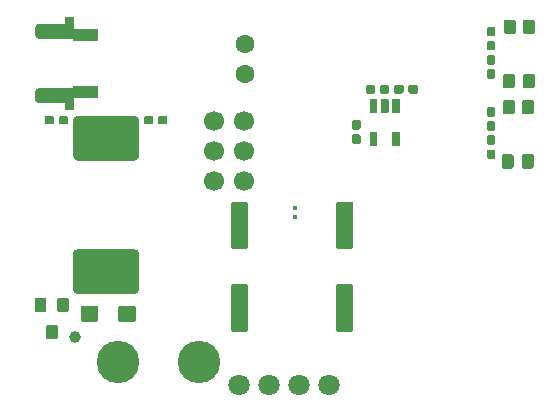
<source format=gbs>
G04 #@! TF.GenerationSoftware,KiCad,Pcbnew,(5.1.8)-1*
G04 #@! TF.CreationDate,2021-10-08T14:04:12+02:00*
G04 #@! TF.ProjectId,EMS_stimulator,454d535f-7374-4696-9d75-6c61746f722e,rev?*
G04 #@! TF.SameCoordinates,PX57bcf00PY4755b80*
G04 #@! TF.FileFunction,Soldermask,Bot*
G04 #@! TF.FilePolarity,Negative*
%FSLAX46Y46*%
G04 Gerber Fmt 4.6, Leading zero omitted, Abs format (unit mm)*
G04 Created by KiCad (PCBNEW (5.1.8)-1) date 2021-10-08 14:04:12*
%MOMM*%
%LPD*%
G01*
G04 APERTURE LIST*
%ADD10C,1.600000*%
%ADD11C,0.400000*%
%ADD12C,0.100000*%
%ADD13O,2.400000X1.200000*%
%ADD14C,1.700000*%
%ADD15C,3.600000*%
%ADD16C,1.000000*%
%ADD17C,1.800000*%
G04 APERTURE END LIST*
D10*
X18200000Y-2930000D03*
X18200000Y-5470000D03*
G36*
G01*
X28400000Y-7045000D02*
X28400000Y-6555000D01*
G75*
G02*
X28505000Y-6450000I105000J0D01*
G01*
X29095000Y-6450000D01*
G75*
G02*
X29200000Y-6555000I0J-105000D01*
G01*
X29200000Y-7045000D01*
G75*
G02*
X29095000Y-7150000I-105000J0D01*
G01*
X28505000Y-7150000D01*
G75*
G02*
X28400000Y-7045000I0J105000D01*
G01*
G37*
G36*
G01*
X29600000Y-7045000D02*
X29600000Y-6555000D01*
G75*
G02*
X29705000Y-6450000I105000J0D01*
G01*
X30295000Y-6450000D01*
G75*
G02*
X30400000Y-6555000I0J-105000D01*
G01*
X30400000Y-7045000D01*
G75*
G02*
X30295000Y-7150000I-105000J0D01*
G01*
X29705000Y-7150000D01*
G75*
G02*
X29600000Y-7045000I0J105000D01*
G01*
G37*
G36*
G01*
X27845000Y-10200000D02*
X27355000Y-10200000D01*
G75*
G02*
X27250000Y-10095000I0J105000D01*
G01*
X27250000Y-9505000D01*
G75*
G02*
X27355000Y-9400000I105000J0D01*
G01*
X27845000Y-9400000D01*
G75*
G02*
X27950000Y-9505000I0J-105000D01*
G01*
X27950000Y-10095000D01*
G75*
G02*
X27845000Y-10200000I-105000J0D01*
G01*
G37*
G36*
G01*
X27845000Y-11400000D02*
X27355000Y-11400000D01*
G75*
G02*
X27250000Y-11295000I0J105000D01*
G01*
X27250000Y-10705000D01*
G75*
G02*
X27355000Y-10600000I105000J0D01*
G01*
X27845000Y-10600000D01*
G75*
G02*
X27950000Y-10705000I0J-105000D01*
G01*
X27950000Y-11295000D01*
G75*
G02*
X27845000Y-11400000I-105000J0D01*
G01*
G37*
G36*
G01*
X16950000Y-20150000D02*
X16950000Y-16450000D01*
G75*
G02*
X17100000Y-16300000I150000J0D01*
G01*
X18300000Y-16300000D01*
G75*
G02*
X18450000Y-16450000I0J-150000D01*
G01*
X18450000Y-20150000D01*
G75*
G02*
X18300000Y-20300000I-150000J0D01*
G01*
X17100000Y-20300000D01*
G75*
G02*
X16950000Y-20150000I0J150000D01*
G01*
G37*
G36*
G01*
X16950000Y-27150000D02*
X16950000Y-23450000D01*
G75*
G02*
X17100000Y-23300000I150000J0D01*
G01*
X18300000Y-23300000D01*
G75*
G02*
X18450000Y-23450000I0J-150000D01*
G01*
X18450000Y-27150000D01*
G75*
G02*
X18300000Y-27300000I-150000J0D01*
G01*
X17100000Y-27300000D01*
G75*
G02*
X16950000Y-27150000I0J150000D01*
G01*
G37*
G36*
G01*
X9600000Y-9645000D02*
X9600000Y-9155000D01*
G75*
G02*
X9705000Y-9050000I105000J0D01*
G01*
X10295000Y-9050000D01*
G75*
G02*
X10400000Y-9155000I0J-105000D01*
G01*
X10400000Y-9645000D01*
G75*
G02*
X10295000Y-9750000I-105000J0D01*
G01*
X9705000Y-9750000D01*
G75*
G02*
X9600000Y-9645000I0J105000D01*
G01*
G37*
G36*
G01*
X10800000Y-9645000D02*
X10800000Y-9155000D01*
G75*
G02*
X10905000Y-9050000I105000J0D01*
G01*
X11495000Y-9050000D01*
G75*
G02*
X11600000Y-9155000I0J-105000D01*
G01*
X11600000Y-9645000D01*
G75*
G02*
X11495000Y-9750000I-105000J0D01*
G01*
X10905000Y-9750000D01*
G75*
G02*
X10800000Y-9645000I0J105000D01*
G01*
G37*
G36*
G01*
X2000000Y-9155000D02*
X2000000Y-9645000D01*
G75*
G02*
X1895000Y-9750000I-105000J0D01*
G01*
X1305000Y-9750000D01*
G75*
G02*
X1200000Y-9645000I0J105000D01*
G01*
X1200000Y-9155000D01*
G75*
G02*
X1305000Y-9050000I105000J0D01*
G01*
X1895000Y-9050000D01*
G75*
G02*
X2000000Y-9155000I0J-105000D01*
G01*
G37*
G36*
G01*
X3200000Y-9155000D02*
X3200000Y-9645000D01*
G75*
G02*
X3095000Y-9750000I-105000J0D01*
G01*
X2505000Y-9750000D01*
G75*
G02*
X2400000Y-9645000I0J105000D01*
G01*
X2400000Y-9155000D01*
G75*
G02*
X2505000Y-9050000I105000J0D01*
G01*
X3095000Y-9050000D01*
G75*
G02*
X3200000Y-9155000I0J-105000D01*
G01*
G37*
G36*
G01*
X27350000Y-16450000D02*
X27350000Y-20150000D01*
G75*
G02*
X27200000Y-20300000I-150000J0D01*
G01*
X26000000Y-20300000D01*
G75*
G02*
X25850000Y-20150000I0J150000D01*
G01*
X25850000Y-16450000D01*
G75*
G02*
X26000000Y-16300000I150000J0D01*
G01*
X27200000Y-16300000D01*
G75*
G02*
X27350000Y-16450000I0J-150000D01*
G01*
G37*
G36*
G01*
X27350000Y-23450000D02*
X27350000Y-27150000D01*
G75*
G02*
X27200000Y-27300000I-150000J0D01*
G01*
X26000000Y-27300000D01*
G75*
G02*
X25850000Y-27150000I0J150000D01*
G01*
X25850000Y-23450000D01*
G75*
G02*
X26000000Y-23300000I150000J0D01*
G01*
X27200000Y-23300000D01*
G75*
G02*
X27350000Y-23450000I0J-150000D01*
G01*
G37*
G36*
G01*
X5750000Y-25240000D02*
X5750000Y-26360000D01*
G75*
G02*
X5610000Y-26500000I-140000J0D01*
G01*
X4390000Y-26500000D01*
G75*
G02*
X4250000Y-26360000I0J140000D01*
G01*
X4250000Y-25240000D01*
G75*
G02*
X4390000Y-25100000I140000J0D01*
G01*
X5610000Y-25100000D01*
G75*
G02*
X5750000Y-25240000I0J-140000D01*
G01*
G37*
G36*
G01*
X8950000Y-25240000D02*
X8950000Y-26360000D01*
G75*
G02*
X8810000Y-26500000I-140000J0D01*
G01*
X7590000Y-26500000D01*
G75*
G02*
X7450000Y-26360000I0J140000D01*
G01*
X7450000Y-25240000D01*
G75*
G02*
X7590000Y-25100000I140000J0D01*
G01*
X8810000Y-25100000D01*
G75*
G02*
X8950000Y-25240000I0J-140000D01*
G01*
G37*
D11*
X22400000Y-17600000D03*
X22400000Y-16800000D03*
G36*
G01*
X30625000Y-11535000D02*
X30625000Y-10465000D01*
G75*
G02*
X30690000Y-10400000I65000J0D01*
G01*
X31210000Y-10400000D01*
G75*
G02*
X31275000Y-10465000I0J-65000D01*
G01*
X31275000Y-11535000D01*
G75*
G02*
X31210000Y-11600000I-65000J0D01*
G01*
X30690000Y-11600000D01*
G75*
G02*
X30625000Y-11535000I0J65000D01*
G01*
G37*
G36*
G01*
X28725000Y-11535000D02*
X28725000Y-10465000D01*
G75*
G02*
X28790000Y-10400000I65000J0D01*
G01*
X29310000Y-10400000D01*
G75*
G02*
X29375000Y-10465000I0J-65000D01*
G01*
X29375000Y-11535000D01*
G75*
G02*
X29310000Y-11600000I-65000J0D01*
G01*
X28790000Y-11600000D01*
G75*
G02*
X28725000Y-11535000I0J65000D01*
G01*
G37*
G36*
G01*
X30625000Y-8735000D02*
X30625000Y-7665000D01*
G75*
G02*
X30690000Y-7600000I65000J0D01*
G01*
X31210000Y-7600000D01*
G75*
G02*
X31275000Y-7665000I0J-65000D01*
G01*
X31275000Y-8735000D01*
G75*
G02*
X31210000Y-8800000I-65000J0D01*
G01*
X30690000Y-8800000D01*
G75*
G02*
X30625000Y-8735000I0J65000D01*
G01*
G37*
G36*
G01*
X29675000Y-8735000D02*
X29675000Y-7665000D01*
G75*
G02*
X29740000Y-7600000I65000J0D01*
G01*
X30260000Y-7600000D01*
G75*
G02*
X30325000Y-7665000I0J-65000D01*
G01*
X30325000Y-8735000D01*
G75*
G02*
X30260000Y-8800000I-65000J0D01*
G01*
X29740000Y-8800000D01*
G75*
G02*
X29675000Y-8735000I0J65000D01*
G01*
G37*
G36*
G01*
X28725000Y-8735000D02*
X28725000Y-7665000D01*
G75*
G02*
X28790000Y-7600000I65000J0D01*
G01*
X29310000Y-7600000D01*
G75*
G02*
X29375000Y-7665000I0J-65000D01*
G01*
X29375000Y-8735000D01*
G75*
G02*
X29310000Y-8800000I-65000J0D01*
G01*
X28790000Y-8800000D01*
G75*
G02*
X28725000Y-8735000I0J65000D01*
G01*
G37*
D12*
G36*
X3655000Y-7550000D02*
G01*
X3655000Y-8500000D01*
X3654904Y-8500975D01*
X3654619Y-8501913D01*
X3654157Y-8502778D01*
X3653536Y-8503536D01*
X3652778Y-8504157D01*
X3651913Y-8504619D01*
X3650975Y-8504904D01*
X3650000Y-8505000D01*
X2950000Y-8505000D01*
X2949025Y-8504904D01*
X2948087Y-8504619D01*
X2947222Y-8504157D01*
X2946464Y-8503536D01*
X2945843Y-8502778D01*
X2945381Y-8501913D01*
X2945096Y-8500975D01*
X2945000Y-8500000D01*
X2945000Y-7980000D01*
X800000Y-7980000D01*
X799762Y-7979994D01*
X757762Y-7977994D01*
X757293Y-7977950D01*
X736293Y-7974950D01*
X736019Y-7974903D01*
X716019Y-7970903D01*
X715842Y-7970864D01*
X694842Y-7965864D01*
X694563Y-7965789D01*
X674563Y-7959789D01*
X674271Y-7959692D01*
X655271Y-7952692D01*
X655143Y-7952642D01*
X635143Y-7944642D01*
X634860Y-7944519D01*
X615860Y-7935519D01*
X615572Y-7935371D01*
X597572Y-7925371D01*
X597393Y-7925266D01*
X579393Y-7914266D01*
X579284Y-7914198D01*
X562284Y-7903198D01*
X561963Y-7902972D01*
X544963Y-7889972D01*
X544707Y-7889763D01*
X528707Y-7875763D01*
X528588Y-7875655D01*
X513588Y-7861655D01*
X513345Y-7861412D01*
X499345Y-7846412D01*
X499237Y-7846293D01*
X485237Y-7830293D01*
X485028Y-7830037D01*
X472028Y-7813037D01*
X471802Y-7812716D01*
X460802Y-7795716D01*
X460734Y-7795607D01*
X449734Y-7777607D01*
X449629Y-7777428D01*
X439629Y-7759428D01*
X439481Y-7759140D01*
X430481Y-7740140D01*
X430358Y-7739857D01*
X422358Y-7719857D01*
X422308Y-7719729D01*
X415308Y-7700729D01*
X415211Y-7700437D01*
X409211Y-7680437D01*
X409136Y-7680158D01*
X404136Y-7659158D01*
X404097Y-7658981D01*
X400097Y-7638981D01*
X400050Y-7638707D01*
X397050Y-7617707D01*
X397006Y-7617238D01*
X395006Y-7575238D01*
X395000Y-7575000D01*
X395000Y-7075000D01*
X395006Y-7074762D01*
X397006Y-7032762D01*
X397050Y-7032293D01*
X400050Y-7011293D01*
X400097Y-7011019D01*
X404097Y-6991019D01*
X404136Y-6990842D01*
X409136Y-6969842D01*
X409211Y-6969563D01*
X415211Y-6949563D01*
X415308Y-6949271D01*
X422308Y-6930271D01*
X422358Y-6930143D01*
X430358Y-6910143D01*
X430481Y-6909860D01*
X439481Y-6890860D01*
X439629Y-6890572D01*
X449629Y-6872572D01*
X449734Y-6872393D01*
X460734Y-6854393D01*
X460802Y-6854284D01*
X471802Y-6837284D01*
X472028Y-6836963D01*
X485028Y-6819963D01*
X485237Y-6819707D01*
X499237Y-6803707D01*
X499345Y-6803588D01*
X513345Y-6788588D01*
X513588Y-6788345D01*
X528588Y-6774345D01*
X528707Y-6774237D01*
X544707Y-6760237D01*
X544963Y-6760028D01*
X561963Y-6747028D01*
X562284Y-6746802D01*
X579284Y-6735802D01*
X579393Y-6735734D01*
X597393Y-6724734D01*
X597572Y-6724629D01*
X615572Y-6714629D01*
X615860Y-6714481D01*
X634860Y-6705481D01*
X635143Y-6705358D01*
X655143Y-6697358D01*
X655271Y-6697308D01*
X674271Y-6690308D01*
X674563Y-6690211D01*
X694563Y-6684211D01*
X694842Y-6684136D01*
X715842Y-6679136D01*
X716019Y-6679097D01*
X736019Y-6675097D01*
X736293Y-6675050D01*
X757293Y-6672050D01*
X757762Y-6672006D01*
X799762Y-6670006D01*
X800000Y-6670000D01*
X3580000Y-6670000D01*
X3580000Y-6500000D01*
X5680000Y-6500000D01*
X5680000Y-7550000D01*
X3655000Y-7550000D01*
G37*
G36*
X3580000Y-2700000D02*
G01*
X3580000Y-2530000D01*
X800000Y-2530000D01*
X799762Y-2529994D01*
X757762Y-2527994D01*
X757293Y-2527950D01*
X736293Y-2524950D01*
X736019Y-2524903D01*
X716019Y-2520903D01*
X715842Y-2520864D01*
X694842Y-2515864D01*
X694563Y-2515789D01*
X674563Y-2509789D01*
X674271Y-2509692D01*
X655271Y-2502692D01*
X655143Y-2502642D01*
X635143Y-2494642D01*
X634860Y-2494519D01*
X615860Y-2485519D01*
X615572Y-2485371D01*
X597572Y-2475371D01*
X597393Y-2475266D01*
X579393Y-2464266D01*
X579284Y-2464198D01*
X562284Y-2453198D01*
X561963Y-2452972D01*
X544963Y-2439972D01*
X544707Y-2439763D01*
X528707Y-2425763D01*
X528588Y-2425655D01*
X513588Y-2411655D01*
X513345Y-2411412D01*
X499345Y-2396412D01*
X499237Y-2396293D01*
X485237Y-2380293D01*
X485028Y-2380037D01*
X472028Y-2363037D01*
X471802Y-2362716D01*
X460802Y-2345716D01*
X460734Y-2345607D01*
X449734Y-2327607D01*
X449629Y-2327428D01*
X439629Y-2309428D01*
X439481Y-2309140D01*
X430481Y-2290140D01*
X430358Y-2289857D01*
X422358Y-2269857D01*
X422308Y-2269729D01*
X415308Y-2250729D01*
X415211Y-2250437D01*
X409211Y-2230437D01*
X409136Y-2230158D01*
X404136Y-2209158D01*
X404097Y-2208981D01*
X400097Y-2188981D01*
X400050Y-2188707D01*
X397050Y-2167707D01*
X397006Y-2167238D01*
X395006Y-2125238D01*
X395000Y-2125000D01*
X395000Y-1625000D01*
X395006Y-1624762D01*
X397006Y-1582762D01*
X397050Y-1582293D01*
X400050Y-1561293D01*
X400097Y-1561019D01*
X404097Y-1541019D01*
X404136Y-1540842D01*
X409136Y-1519842D01*
X409211Y-1519563D01*
X415211Y-1499563D01*
X415308Y-1499271D01*
X422308Y-1480271D01*
X422358Y-1480143D01*
X430358Y-1460143D01*
X430481Y-1459860D01*
X439481Y-1440860D01*
X439629Y-1440572D01*
X449629Y-1422572D01*
X449734Y-1422393D01*
X460734Y-1404393D01*
X460802Y-1404284D01*
X471802Y-1387284D01*
X472028Y-1386963D01*
X485028Y-1369963D01*
X485237Y-1369707D01*
X499237Y-1353707D01*
X499345Y-1353588D01*
X513345Y-1338588D01*
X513588Y-1338345D01*
X528588Y-1324345D01*
X528707Y-1324237D01*
X544707Y-1310237D01*
X544963Y-1310028D01*
X561963Y-1297028D01*
X562284Y-1296802D01*
X579284Y-1285802D01*
X579393Y-1285734D01*
X597393Y-1274734D01*
X597572Y-1274629D01*
X615572Y-1264629D01*
X615860Y-1264481D01*
X634860Y-1255481D01*
X635143Y-1255358D01*
X655143Y-1247358D01*
X655271Y-1247308D01*
X674271Y-1240308D01*
X674563Y-1240211D01*
X694563Y-1234211D01*
X694842Y-1234136D01*
X715842Y-1229136D01*
X716019Y-1229097D01*
X736019Y-1225097D01*
X736293Y-1225050D01*
X757293Y-1222050D01*
X757762Y-1222006D01*
X799762Y-1220006D01*
X800000Y-1220000D01*
X2945000Y-1220000D01*
X2945000Y-700000D01*
X2945096Y-699025D01*
X2945381Y-698087D01*
X2945843Y-697222D01*
X2946464Y-696464D01*
X2947222Y-695843D01*
X2948087Y-695381D01*
X2949025Y-695096D01*
X2950000Y-695000D01*
X3650000Y-695000D01*
X3650975Y-695096D01*
X3651913Y-695381D01*
X3652778Y-695843D01*
X3653536Y-696464D01*
X3654157Y-697222D01*
X3654619Y-698087D01*
X3654904Y-699025D01*
X3655000Y-700000D01*
X3655000Y-1650000D01*
X5680000Y-1650000D01*
X5680000Y-2700000D01*
X3580000Y-2700000D01*
G37*
D13*
X1600000Y-7325000D03*
X1600000Y-1875000D03*
G36*
G01*
X8820000Y-12830000D02*
X3980000Y-12830000D01*
G75*
G02*
X3600000Y-12450000I0J380000D01*
G01*
X3600000Y-9410000D01*
G75*
G02*
X3980000Y-9030000I380000J0D01*
G01*
X8820000Y-9030000D01*
G75*
G02*
X9200000Y-9410000I0J-380000D01*
G01*
X9200000Y-12450000D01*
G75*
G02*
X8820000Y-12830000I-380000J0D01*
G01*
G37*
G36*
G01*
X8820000Y-24130000D02*
X3980000Y-24130000D01*
G75*
G02*
X3600000Y-23750000I0J380000D01*
G01*
X3600000Y-20710000D01*
G75*
G02*
X3980000Y-20330000I380000J0D01*
G01*
X8820000Y-20330000D01*
G75*
G02*
X9200000Y-20710000I0J-380000D01*
G01*
X9200000Y-23750000D01*
G75*
G02*
X8820000Y-24130000I-380000J0D01*
G01*
G37*
D14*
X18070000Y-9460000D03*
X15530000Y-9460000D03*
X18070000Y-12000000D03*
X15530000Y-12000000D03*
X18070000Y-14540000D03*
X15530000Y-14540000D03*
D15*
X7400000Y-29900000D03*
X14300000Y-29900000D03*
G36*
G01*
X1300000Y-27850000D02*
X1300000Y-26850000D01*
G75*
G02*
X1400000Y-26750000I100000J0D01*
G01*
X2200000Y-26750000D01*
G75*
G02*
X2300000Y-26850000I0J-100000D01*
G01*
X2300000Y-27850000D01*
G75*
G02*
X2200000Y-27950000I-100000J0D01*
G01*
X1400000Y-27950000D01*
G75*
G02*
X1300000Y-27850000I0J100000D01*
G01*
G37*
G36*
G01*
X2250000Y-25550000D02*
X2250000Y-24550000D01*
G75*
G02*
X2350000Y-24450000I100000J0D01*
G01*
X3150000Y-24450000D01*
G75*
G02*
X3250000Y-24550000I0J-100000D01*
G01*
X3250000Y-25550000D01*
G75*
G02*
X3150000Y-25650000I-100000J0D01*
G01*
X2350000Y-25650000D01*
G75*
G02*
X2250000Y-25550000I0J100000D01*
G01*
G37*
G36*
G01*
X350000Y-25550000D02*
X350000Y-24550000D01*
G75*
G02*
X450000Y-24450000I100000J0D01*
G01*
X1250000Y-24450000D01*
G75*
G02*
X1350000Y-24550000I0J-100000D01*
G01*
X1350000Y-25550000D01*
G75*
G02*
X1250000Y-25650000I-100000J0D01*
G01*
X450000Y-25650000D01*
G75*
G02*
X350000Y-25550000I0J100000D01*
G01*
G37*
G36*
G01*
X30800000Y-7045000D02*
X30800000Y-6555000D01*
G75*
G02*
X30905000Y-6450000I105000J0D01*
G01*
X31495000Y-6450000D01*
G75*
G02*
X31600000Y-6555000I0J-105000D01*
G01*
X31600000Y-7045000D01*
G75*
G02*
X31495000Y-7150000I-105000J0D01*
G01*
X30905000Y-7150000D01*
G75*
G02*
X30800000Y-7045000I0J105000D01*
G01*
G37*
G36*
G01*
X32000000Y-7045000D02*
X32000000Y-6555000D01*
G75*
G02*
X32105000Y-6450000I105000J0D01*
G01*
X32695000Y-6450000D01*
G75*
G02*
X32800000Y-6555000I0J-105000D01*
G01*
X32800000Y-7045000D01*
G75*
G02*
X32695000Y-7150000I-105000J0D01*
G01*
X32105000Y-7150000D01*
G75*
G02*
X32000000Y-7045000I0J105000D01*
G01*
G37*
D16*
X3800000Y-27800000D03*
G36*
G01*
X39245000Y-4700000D02*
X38755000Y-4700000D01*
G75*
G02*
X38650000Y-4595000I0J105000D01*
G01*
X38650000Y-4005000D01*
G75*
G02*
X38755000Y-3900000I105000J0D01*
G01*
X39245000Y-3900000D01*
G75*
G02*
X39350000Y-4005000I0J-105000D01*
G01*
X39350000Y-4595000D01*
G75*
G02*
X39245000Y-4700000I-105000J0D01*
G01*
G37*
G36*
G01*
X39245000Y-5900000D02*
X38755000Y-5900000D01*
G75*
G02*
X38650000Y-5795000I0J105000D01*
G01*
X38650000Y-5205000D01*
G75*
G02*
X38755000Y-5100000I105000J0D01*
G01*
X39245000Y-5100000D01*
G75*
G02*
X39350000Y-5205000I0J-105000D01*
G01*
X39350000Y-5795000D01*
G75*
G02*
X39245000Y-5900000I-105000J0D01*
G01*
G37*
G36*
G01*
X39245000Y-12700000D02*
X38755000Y-12700000D01*
G75*
G02*
X38650000Y-12595000I0J105000D01*
G01*
X38650000Y-12005000D01*
G75*
G02*
X38755000Y-11900000I105000J0D01*
G01*
X39245000Y-11900000D01*
G75*
G02*
X39350000Y-12005000I0J-105000D01*
G01*
X39350000Y-12595000D01*
G75*
G02*
X39245000Y-12700000I-105000J0D01*
G01*
G37*
G36*
G01*
X39245000Y-11500000D02*
X38755000Y-11500000D01*
G75*
G02*
X38650000Y-11395000I0J105000D01*
G01*
X38650000Y-10805000D01*
G75*
G02*
X38755000Y-10700000I105000J0D01*
G01*
X39245000Y-10700000D01*
G75*
G02*
X39350000Y-10805000I0J-105000D01*
G01*
X39350000Y-11395000D01*
G75*
G02*
X39245000Y-11500000I-105000J0D01*
G01*
G37*
D17*
X17690000Y-31800000D03*
X20230000Y-31800000D03*
X22770000Y-31800000D03*
X25310000Y-31800000D03*
G36*
G01*
X39245000Y-3500000D02*
X38755000Y-3500000D01*
G75*
G02*
X38650000Y-3395000I0J105000D01*
G01*
X38650000Y-2805000D01*
G75*
G02*
X38755000Y-2700000I105000J0D01*
G01*
X39245000Y-2700000D01*
G75*
G02*
X39350000Y-2805000I0J-105000D01*
G01*
X39350000Y-3395000D01*
G75*
G02*
X39245000Y-3500000I-105000J0D01*
G01*
G37*
G36*
G01*
X39245000Y-2300000D02*
X38755000Y-2300000D01*
G75*
G02*
X38650000Y-2195000I0J105000D01*
G01*
X38650000Y-1605000D01*
G75*
G02*
X38755000Y-1500000I105000J0D01*
G01*
X39245000Y-1500000D01*
G75*
G02*
X39350000Y-1605000I0J-105000D01*
G01*
X39350000Y-2195000D01*
G75*
G02*
X39245000Y-2300000I-105000J0D01*
G01*
G37*
G36*
G01*
X39245000Y-9100000D02*
X38755000Y-9100000D01*
G75*
G02*
X38650000Y-8995000I0J105000D01*
G01*
X38650000Y-8405000D01*
G75*
G02*
X38755000Y-8300000I105000J0D01*
G01*
X39245000Y-8300000D01*
G75*
G02*
X39350000Y-8405000I0J-105000D01*
G01*
X39350000Y-8995000D01*
G75*
G02*
X39245000Y-9100000I-105000J0D01*
G01*
G37*
G36*
G01*
X39245000Y-10300000D02*
X38755000Y-10300000D01*
G75*
G02*
X38650000Y-10195000I0J105000D01*
G01*
X38650000Y-9605000D01*
G75*
G02*
X38755000Y-9500000I105000J0D01*
G01*
X39245000Y-9500000D01*
G75*
G02*
X39350000Y-9605000I0J-105000D01*
G01*
X39350000Y-10195000D01*
G75*
G02*
X39245000Y-10300000I-105000J0D01*
G01*
G37*
G36*
G01*
X40200000Y-900000D02*
X41000000Y-900000D01*
G75*
G02*
X41100000Y-1000000I0J-100000D01*
G01*
X41100000Y-2000000D01*
G75*
G02*
X41000000Y-2100000I-100000J0D01*
G01*
X40200000Y-2100000D01*
G75*
G02*
X40100000Y-2000000I0J100000D01*
G01*
X40100000Y-1000000D01*
G75*
G02*
X40200000Y-900000I100000J0D01*
G01*
G37*
G36*
G01*
X41800000Y-900000D02*
X42600000Y-900000D01*
G75*
G02*
X42700000Y-1000000I0J-100000D01*
G01*
X42700000Y-2000000D01*
G75*
G02*
X42600000Y-2100000I-100000J0D01*
G01*
X41800000Y-2100000D01*
G75*
G02*
X41700000Y-2000000I0J100000D01*
G01*
X41700000Y-1000000D01*
G75*
G02*
X41800000Y-900000I100000J0D01*
G01*
G37*
G36*
G01*
X40100000Y-5500000D02*
X40900000Y-5500000D01*
G75*
G02*
X41000000Y-5600000I0J-100000D01*
G01*
X41000000Y-6600000D01*
G75*
G02*
X40900000Y-6700000I-100000J0D01*
G01*
X40100000Y-6700000D01*
G75*
G02*
X40000000Y-6600000I0J100000D01*
G01*
X40000000Y-5600000D01*
G75*
G02*
X40100000Y-5500000I100000J0D01*
G01*
G37*
G36*
G01*
X41800000Y-5500000D02*
X42600000Y-5500000D01*
G75*
G02*
X42700000Y-5600000I0J-100000D01*
G01*
X42700000Y-6600000D01*
G75*
G02*
X42600000Y-6700000I-100000J0D01*
G01*
X41800000Y-6700000D01*
G75*
G02*
X41700000Y-6600000I0J100000D01*
G01*
X41700000Y-5600000D01*
G75*
G02*
X41800000Y-5500000I100000J0D01*
G01*
G37*
G36*
G01*
X41700000Y-12300000D02*
X42500000Y-12300000D01*
G75*
G02*
X42600000Y-12400000I0J-100000D01*
G01*
X42600000Y-13400000D01*
G75*
G02*
X42500000Y-13500000I-100000J0D01*
G01*
X41700000Y-13500000D01*
G75*
G02*
X41600000Y-13400000I0J100000D01*
G01*
X41600000Y-12400000D01*
G75*
G02*
X41700000Y-12300000I100000J0D01*
G01*
G37*
G36*
G01*
X40000000Y-12300000D02*
X40800000Y-12300000D01*
G75*
G02*
X40900000Y-12400000I0J-100000D01*
G01*
X40900000Y-13400000D01*
G75*
G02*
X40800000Y-13500000I-100000J0D01*
G01*
X40000000Y-13500000D01*
G75*
G02*
X39900000Y-13400000I0J100000D01*
G01*
X39900000Y-12400000D01*
G75*
G02*
X40000000Y-12300000I100000J0D01*
G01*
G37*
G36*
G01*
X41700000Y-7700000D02*
X42500000Y-7700000D01*
G75*
G02*
X42600000Y-7800000I0J-100000D01*
G01*
X42600000Y-8800000D01*
G75*
G02*
X42500000Y-8900000I-100000J0D01*
G01*
X41700000Y-8900000D01*
G75*
G02*
X41600000Y-8800000I0J100000D01*
G01*
X41600000Y-7800000D01*
G75*
G02*
X41700000Y-7700000I100000J0D01*
G01*
G37*
G36*
G01*
X40100000Y-7700000D02*
X40900000Y-7700000D01*
G75*
G02*
X41000000Y-7800000I0J-100000D01*
G01*
X41000000Y-8800000D01*
G75*
G02*
X40900000Y-8900000I-100000J0D01*
G01*
X40100000Y-8900000D01*
G75*
G02*
X40000000Y-8800000I0J100000D01*
G01*
X40000000Y-7800000D01*
G75*
G02*
X40100000Y-7700000I100000J0D01*
G01*
G37*
M02*

</source>
